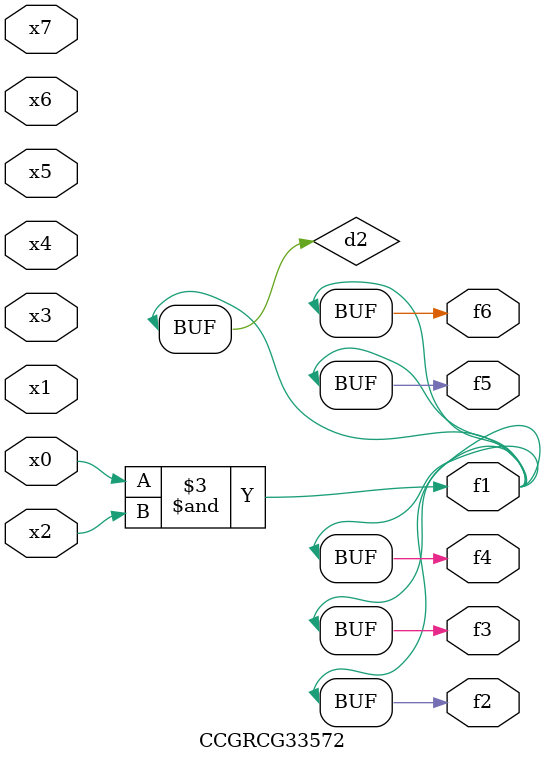
<source format=v>
module CCGRCG33572(
	input x0, x1, x2, x3, x4, x5, x6, x7,
	output f1, f2, f3, f4, f5, f6
);

	wire d1, d2;

	nor (d1, x3, x6);
	and (d2, x0, x2);
	assign f1 = d2;
	assign f2 = d2;
	assign f3 = d2;
	assign f4 = d2;
	assign f5 = d2;
	assign f6 = d2;
endmodule

</source>
